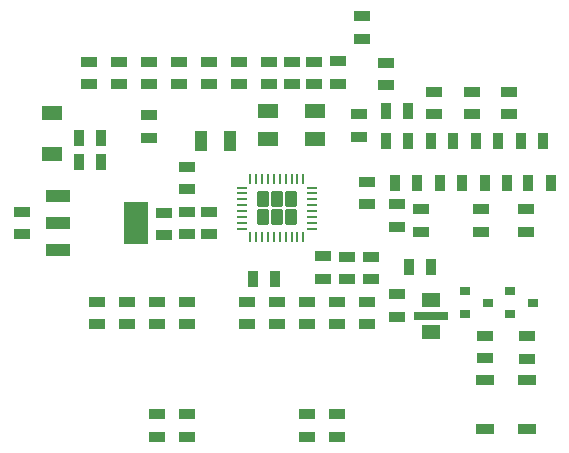
<source format=gbr>
%TF.GenerationSoftware,KiCad,Pcbnew,6.0.4-6f826c9f35~116~ubuntu20.04.1*%
%TF.CreationDate,2022-04-06T12:57:51+00:00*%
%TF.ProjectId,ISM01A,49534d30-3141-42e6-9b69-6361645f7063,REV*%
%TF.SameCoordinates,Original*%
%TF.FileFunction,Paste,Bot*%
%TF.FilePolarity,Positive*%
%FSLAX46Y46*%
G04 Gerber Fmt 4.6, Leading zero omitted, Abs format (unit mm)*
G04 Created by KiCad (PCBNEW 6.0.4-6f826c9f35~116~ubuntu20.04.1) date 2022-04-06 12:57:51*
%MOMM*%
%LPD*%
G01*
G04 APERTURE LIST*
G04 Aperture macros list*
%AMRoundRect*
0 Rectangle with rounded corners*
0 $1 Rounding radius*
0 $2 $3 $4 $5 $6 $7 $8 $9 X,Y pos of 4 corners*
0 Add a 4 corners polygon primitive as box body*
4,1,4,$2,$3,$4,$5,$6,$7,$8,$9,$2,$3,0*
0 Add four circle primitives for the rounded corners*
1,1,$1+$1,$2,$3*
1,1,$1+$1,$4,$5*
1,1,$1+$1,$6,$7*
1,1,$1+$1,$8,$9*
0 Add four rect primitives between the rounded corners*
20,1,$1+$1,$2,$3,$4,$5,0*
20,1,$1+$1,$4,$5,$6,$7,0*
20,1,$1+$1,$6,$7,$8,$9,0*
20,1,$1+$1,$8,$9,$2,$3,0*%
G04 Aperture macros list end*
%ADD10R,1.397000X0.889000*%
%ADD11R,2.032000X1.016000*%
%ADD12R,2.032000X3.657600*%
%ADD13R,0.900000X0.800000*%
%ADD14R,1.500000X0.950000*%
%ADD15R,0.889000X1.397000*%
%ADD16R,1.500000X1.300000*%
%ADD17R,3.000000X0.700000*%
%ADD18R,1.700000X1.300000*%
%ADD19R,1.000000X1.800000*%
%ADD20R,1.800000X1.200000*%
%ADD21RoundRect,0.250000X-0.279307X0.447137X-0.279307X-0.447137X0.279307X-0.447137X0.279307X0.447137X0*%
%ADD22RoundRect,0.062500X-0.062500X0.362500X-0.062500X-0.362500X0.062500X-0.362500X0.062500X0.362500X0*%
%ADD23RoundRect,0.062500X-0.362500X0.062500X-0.362500X-0.062500X0.362500X-0.062500X0.362500X0.062500X0*%
G04 APERTURE END LIST*
D10*
%TO.C,R15*%
X27305000Y11112500D03*
X27305000Y13017500D03*
%TD*%
%TO.C,R17*%
X29845000Y11112500D03*
X29845000Y13017500D03*
%TD*%
D11*
%TO.C,U1*%
X8763000Y17399000D03*
X8763000Y19685000D03*
X8763000Y21971000D03*
D12*
X15367000Y19685000D03*
%TD*%
D13*
%TO.C,Q1*%
X47006000Y12004000D03*
X47006000Y13904000D03*
X49006000Y12954000D03*
%TD*%
D14*
%TO.C,D3*%
X44958000Y6393000D03*
X44958000Y2243000D03*
%TD*%
%TO.C,D2*%
X48514000Y6393000D03*
X48514000Y2243000D03*
%TD*%
D10*
%TO.C,R19*%
X32512000Y33401000D03*
X32512000Y31496000D03*
%TD*%
D13*
%TO.C,Q2*%
X43196000Y12004000D03*
X43196000Y13904000D03*
X45196000Y12954000D03*
%TD*%
D15*
%TO.C,C1*%
X10541000Y24892000D03*
X12446000Y24892000D03*
%TD*%
D10*
%TO.C,C3*%
X17780000Y20574000D03*
X17780000Y18669000D03*
%TD*%
%TO.C,C5*%
X5715000Y20637500D03*
X5715000Y18732500D03*
%TD*%
%TO.C,C14*%
X19685000Y20637500D03*
X19685000Y18732500D03*
%TD*%
%TO.C,C15*%
X33274000Y16827500D03*
X33274000Y14922500D03*
%TD*%
%TO.C,C16*%
X19685000Y22542500D03*
X19685000Y24447500D03*
%TD*%
%TO.C,C18*%
X21590000Y20637500D03*
X21590000Y18732500D03*
%TD*%
D16*
%TO.C,C21*%
X40386000Y13208000D03*
D17*
X40386000Y11858000D03*
D16*
X40386000Y10508000D03*
%TD*%
D10*
%TO.C,C22*%
X32385000Y3492500D03*
X32385000Y1587500D03*
%TD*%
%TO.C,C23*%
X29845000Y3492500D03*
X29845000Y1587500D03*
%TD*%
%TO.C,C27*%
X19685000Y3492500D03*
X19685000Y1587500D03*
%TD*%
%TO.C,C28*%
X17145000Y3492500D03*
X17145000Y1587500D03*
%TD*%
D18*
%TO.C,D1*%
X8255000Y25555000D03*
X8255000Y29055000D03*
%TD*%
D10*
%TO.C,L8*%
X37465000Y19367500D03*
X37465000Y21272500D03*
%TD*%
D15*
%TO.C,R1*%
X40386000Y16002000D03*
X38481000Y16002000D03*
%TD*%
D10*
%TO.C,R6*%
X24765000Y11112500D03*
X24765000Y13017500D03*
%TD*%
%TO.C,R7*%
X19685000Y11112500D03*
X19685000Y13017500D03*
%TD*%
%TO.C,R8*%
X17145000Y11112500D03*
X17145000Y13017500D03*
%TD*%
%TO.C,R9*%
X14605000Y11112500D03*
X14605000Y13017500D03*
%TD*%
%TO.C,R10*%
X12065000Y11112500D03*
X12065000Y13017500D03*
%TD*%
%TO.C,R13*%
X34925000Y11112500D03*
X34925000Y13017500D03*
%TD*%
%TO.C,R16*%
X32385000Y11112500D03*
X32385000Y13017500D03*
%TD*%
%TO.C,R20*%
X16510000Y26924000D03*
X16510000Y28829000D03*
%TD*%
D15*
%TO.C,R21*%
X27178000Y14986000D03*
X25273000Y14986000D03*
%TD*%
D10*
%TO.C,R22*%
X48514000Y8191500D03*
X48514000Y10096500D03*
%TD*%
%TO.C,R23*%
X44958000Y8255000D03*
X44958000Y10160000D03*
%TD*%
%TO.C,C20*%
X31242000Y16891000D03*
X31242000Y14986000D03*
%TD*%
%TO.C,C17*%
X35306000Y16827500D03*
X35306000Y14922500D03*
%TD*%
D15*
%TO.C,C2*%
X10541000Y26924000D03*
X12446000Y26924000D03*
%TD*%
D19*
%TO.C,Y1*%
X20868000Y26670000D03*
X23368000Y26670000D03*
%TD*%
D10*
%TO.C,R18*%
X28575000Y33337500D03*
X28575000Y31432500D03*
%TD*%
%TO.C,C25*%
X30480000Y33337500D03*
X30480000Y31432500D03*
%TD*%
%TO.C,C26*%
X34544000Y35306000D03*
X34544000Y37211000D03*
%TD*%
%TO.C,R5*%
X26670000Y33337500D03*
X26670000Y31432500D03*
%TD*%
%TO.C,R3*%
X21590000Y33337500D03*
X21590000Y31432500D03*
%TD*%
%TO.C,R4*%
X24130000Y33337500D03*
X24130000Y31432500D03*
%TD*%
%TO.C,R14*%
X16510000Y33337500D03*
X16510000Y31432500D03*
%TD*%
%TO.C,R2*%
X19050000Y33337500D03*
X19050000Y31432500D03*
%TD*%
%TO.C,R11*%
X11430000Y33337500D03*
X11430000Y31432500D03*
%TD*%
%TO.C,R12*%
X13970000Y33337500D03*
X13970000Y31432500D03*
%TD*%
D20*
%TO.C,Y2*%
X30575000Y26810000D03*
X26575000Y26810000D03*
X26575000Y29210000D03*
X30575000Y29210000D03*
%TD*%
D21*
%TO.C,U2*%
X26105000Y20180000D03*
X27305000Y20180000D03*
X26105000Y21730000D03*
X28505000Y20180000D03*
X27305000Y21730000D03*
X28505000Y21730000D03*
D22*
X25055000Y23405000D03*
X25555000Y23405000D03*
X26055000Y23405000D03*
X26555000Y23405000D03*
X27055000Y23405000D03*
X27555000Y23405000D03*
X28055000Y23405000D03*
X28555000Y23405000D03*
X29055000Y23405000D03*
X29555000Y23405000D03*
D23*
X30255000Y22705000D03*
X30255000Y22205000D03*
X30255000Y21705000D03*
X30255000Y21205000D03*
X30255000Y20705000D03*
X30255000Y20205000D03*
X30255000Y19705000D03*
X30255000Y19205000D03*
D22*
X29555000Y18505000D03*
X29055000Y18505000D03*
X28555000Y18505000D03*
X28055000Y18505000D03*
X27555000Y18505000D03*
X27055000Y18505000D03*
X26555000Y18505000D03*
X26055000Y18505000D03*
X25555000Y18505000D03*
X25055000Y18505000D03*
D23*
X24355000Y19205000D03*
X24355000Y19705000D03*
X24355000Y20205000D03*
X24355000Y20705000D03*
X24355000Y21205000D03*
X24355000Y21705000D03*
X24355000Y22205000D03*
X24355000Y22705000D03*
%TD*%
D15*
%TO.C,L7*%
X39179500Y23088600D03*
X37274500Y23088600D03*
%TD*%
%TO.C,L6*%
X42227500Y26670000D03*
X40322500Y26670000D03*
%TD*%
%TO.C,L9*%
X38417500Y29210000D03*
X36512500Y29210000D03*
%TD*%
%TO.C,L5*%
X42989500Y23088600D03*
X41084500Y23088600D03*
%TD*%
D10*
%TO.C,L10*%
X34290000Y28892500D03*
X34290000Y26987500D03*
%TD*%
%TO.C,C7*%
X44577000Y20866100D03*
X44577000Y18961100D03*
%TD*%
%TO.C,C9*%
X39497000Y20866100D03*
X39497000Y18961100D03*
%TD*%
%TO.C,C13*%
X36576000Y31369000D03*
X36576000Y33274000D03*
%TD*%
%TO.C,C10*%
X40640000Y28892500D03*
X40640000Y30797500D03*
%TD*%
%TO.C,C11*%
X34925000Y21272500D03*
X34925000Y23177500D03*
%TD*%
%TO.C,C4*%
X48387000Y20866100D03*
X48387000Y18961100D03*
%TD*%
D15*
%TO.C,C12*%
X36512500Y26670000D03*
X38417500Y26670000D03*
%TD*%
D10*
%TO.C,C6*%
X46990000Y28892500D03*
X46990000Y30797500D03*
%TD*%
%TO.C,C8*%
X43815000Y28892500D03*
X43815000Y30797500D03*
%TD*%
D15*
%TO.C,L3*%
X46799500Y23088600D03*
X44894500Y23088600D03*
%TD*%
%TO.C,L4*%
X46037500Y26670000D03*
X44132500Y26670000D03*
%TD*%
%TO.C,L1*%
X50482500Y23114000D03*
X48577500Y23114000D03*
%TD*%
%TO.C,L2*%
X49847500Y26670000D03*
X47942500Y26670000D03*
%TD*%
D10*
%TO.C,C19*%
X37465000Y13652500D03*
X37465000Y11747500D03*
%TD*%
M02*

</source>
